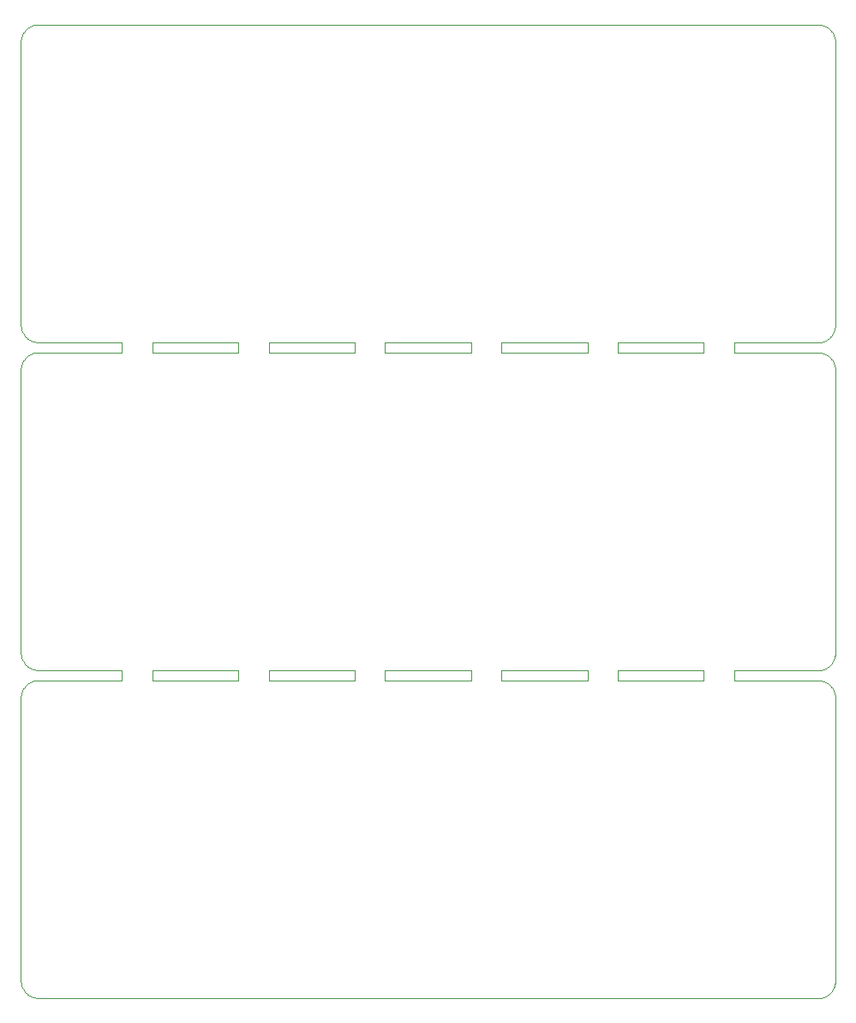
<source format=gm1>
G04 #@! TF.GenerationSoftware,KiCad,Pcbnew,7.0.9-7.0.9~ubuntu22.04.1*
G04 #@! TF.CreationDate,2023-12-17T14:41:55+07:00*
G04 #@! TF.ProjectId,final-production,66696e61-6c2d-4707-926f-64756374696f,rev?*
G04 #@! TF.SameCoordinates,Original*
G04 #@! TF.FileFunction,Profile,NP*
%FSLAX46Y46*%
G04 Gerber Fmt 4.6, Leading zero omitted, Abs format (unit mm)*
G04 Created by KiCad (PCBNEW 7.0.9-7.0.9~ubuntu22.04.1) date 2023-12-17 14:41:55*
%MOMM*%
%LPD*%
G01*
G04 APERTURE LIST*
G04 #@! TA.AperFunction,Profile*
%ADD10C,0.100000*%
G04 #@! TD*
G04 APERTURE END LIST*
D10*
X-915911Y-60043233D02*
X-959583Y-60119118D01*
X77644629Y-26799920D02*
X77557083Y-26798726D01*
X43317034Y-59224146D02*
X34820876Y-59223465D01*
X78473843Y-59478566D02*
X78397959Y-59434894D01*
X78193643Y-122968249D02*
X78274708Y-122935170D01*
X69309350Y-59226231D02*
X69309350Y-58720714D01*
X79304315Y-88997191D02*
X79305509Y-88909646D01*
X402233Y-123058397D02*
X489605Y-123064042D01*
X402233Y-58202065D02*
X489605Y-58207710D01*
X78686829Y-59631889D02*
X78618465Y-59577191D01*
X79305509Y-56481480D02*
X79296289Y-28422501D01*
X8828560Y-58720714D02*
X8828560Y-59221380D01*
X78075246Y-26872157D02*
X77990817Y-26848979D01*
X-795736Y-122408939D02*
X-739828Y-122476320D01*
X31820876Y-91148880D02*
X31820876Y-91651390D01*
X77732000Y-91661894D02*
X77644629Y-91656252D01*
X-983083Y-57257384D02*
X-941941Y-57334669D01*
X79296289Y-28422501D02*
X79289096Y-28335243D01*
X78752325Y-92118158D02*
X78686829Y-92060055D01*
X23324718Y-91148880D02*
X23324718Y-91148880D01*
X-136798Y-91790783D02*
X-216075Y-91827942D01*
X-1035082Y-27848885D02*
X-1066714Y-27930525D01*
X-1154960Y-89100562D02*
X-1143332Y-89187341D01*
X79006356Y-122328140D02*
X79053830Y-122254574D01*
X78752325Y-59689992D02*
X78686829Y-59631889D01*
X-868438Y-92397833D02*
X-915911Y-92471399D01*
X46317034Y-58720714D02*
X46317034Y-58215914D01*
X43317034Y-91652312D02*
X34820876Y-91651631D01*
X110910Y-59275937D02*
X26906Y-59300617D01*
X11828560Y-58720714D02*
X11828560Y-58720714D01*
X-511300Y-92015286D02*
X-578680Y-92071192D01*
X23324718Y-59222543D02*
X23324718Y-58720714D01*
X79031120Y-92454198D02*
X78982348Y-92381487D01*
X-55734Y-59329535D02*
X-136798Y-59362617D01*
X-848146Y-122338804D02*
X-795736Y-122408939D01*
X-941941Y-89762835D02*
X-896923Y-89837929D01*
X77732000Y-26805562D02*
X77644629Y-26799920D01*
X77644629Y-59228086D02*
X77557083Y-59226892D01*
X78686829Y-92060055D02*
X78618465Y-92005357D01*
X-441164Y-27106545D02*
X-511300Y-27158954D01*
X79216414Y-27993234D02*
X79187502Y-27910592D01*
X-1160758Y-28356916D02*
X-1166402Y-28444288D01*
X78982348Y-27525155D02*
X78929942Y-27455018D01*
X-868438Y-59969667D02*
X-915911Y-60043233D01*
X78579078Y-90334920D02*
X78649214Y-90282513D01*
X79031120Y-60026032D02*
X78982348Y-59953321D01*
X78618465Y-59577191D02*
X78547408Y-59526039D01*
X143414Y-123014973D02*
X228914Y-123033831D01*
X78955205Y-122399197D02*
X79006356Y-122328140D01*
X20324718Y-91148880D02*
X20324718Y-91650468D01*
X-1136192Y-60611763D02*
X-1150679Y-60698110D01*
X78506368Y-57955528D02*
X78579078Y-57906754D01*
X31820876Y-58213693D02*
X31820876Y-58720714D01*
X77768994Y-123069855D02*
X77855772Y-123058233D01*
X-24159Y-122964352D02*
X58984Y-122991794D01*
X78240028Y-59359395D02*
X78158388Y-59327764D01*
X78431272Y-90428708D02*
X78506368Y-90383694D01*
X79187502Y-92766924D02*
X79154425Y-92685859D01*
X-1035082Y-92705217D02*
X-1066714Y-92786857D01*
X78274708Y-58078838D02*
X78353986Y-58041681D01*
X34820876Y-58720714D02*
X34820876Y-58214153D01*
X78579078Y-122763086D02*
X78649214Y-122710679D01*
X-24159Y-90536186D02*
X58984Y-90563628D01*
X-983083Y-89685550D02*
X-941941Y-89762835D01*
X-915911Y-27615067D02*
X-959583Y-27690952D01*
X-1106928Y-121786732D02*
X-1082247Y-121870735D01*
X-293361Y-59440918D02*
X-368455Y-59485935D01*
X79274108Y-89257881D02*
X79288594Y-89171534D01*
X79006356Y-57471808D02*
X79053830Y-57398242D01*
X-339618Y-122813549D02*
X-263733Y-122857221D01*
X79006356Y-89899974D02*
X79053830Y-89826408D01*
X79076133Y-92529294D02*
X79031120Y-92454198D01*
X79296289Y-93278833D02*
X79289096Y-93191575D01*
X-1127307Y-56845250D02*
X-1106928Y-56930400D01*
X-185726Y-122896979D02*
X-105799Y-122932720D01*
X-1166402Y-93300620D02*
X-1167598Y-93388166D01*
X78955205Y-89971031D02*
X79006356Y-89899974D01*
X-1167598Y-93388166D02*
X-1162162Y-121441471D01*
X79305509Y-121337812D02*
X79296289Y-93278833D01*
X77905318Y-59258289D02*
X77818971Y-59243804D01*
X77681736Y-90648886D02*
X77768994Y-90641689D01*
X78158388Y-91755930D02*
X78075246Y-91728489D01*
X-618108Y-122602127D02*
X-552610Y-122660229D01*
X-1082247Y-89442569D02*
X-1053327Y-89525210D01*
X-1143332Y-89187341D02*
X-1127307Y-89273416D01*
X196059Y-26827393D02*
X110910Y-26847771D01*
X79187502Y-27910592D02*
X79154425Y-27829527D01*
X79296289Y-60850667D02*
X79289096Y-60763409D01*
X78900507Y-57611230D02*
X78955205Y-57542865D01*
X228914Y-58177499D02*
X315261Y-58191986D01*
X77990817Y-59277145D02*
X77905318Y-59258289D01*
X-983083Y-122113716D02*
X-941941Y-122191001D01*
X78955205Y-57542865D02*
X79006356Y-57471808D01*
X54813192Y-59225068D02*
X46317034Y-59224387D01*
X368913Y-26799743D02*
X282135Y-26811370D01*
X77681736Y-123077052D02*
X77768994Y-123069855D01*
X79241088Y-28077238D02*
X79216414Y-27993234D01*
X-1106928Y-89358566D02*
X-1082247Y-89442569D01*
X368913Y-59227909D02*
X282135Y-59239536D01*
X-1166402Y-60872454D02*
X-1167598Y-60960000D01*
X78075246Y-59300323D02*
X77990817Y-59277145D01*
X-704488Y-92192911D02*
X-762590Y-92258408D01*
X78814782Y-92179515D02*
X78752325Y-92118158D01*
X-413185Y-57909744D02*
X-339618Y-57957217D01*
X57813192Y-58217676D02*
X66309350Y-58218977D01*
X-817287Y-92326774D02*
X-868438Y-92397833D01*
X11828560Y-59221621D02*
X11828560Y-58720714D01*
X-817287Y-59898608D02*
X-868438Y-59969667D01*
X-105799Y-90504554D02*
X-24159Y-90536186D01*
X456171Y-91648875D02*
X368913Y-91656075D01*
X-1094155Y-92870000D02*
X-1117334Y-92954430D01*
X78649214Y-122710679D02*
X78716596Y-122654774D01*
X57813192Y-91653475D02*
X57813192Y-91148880D01*
X78473843Y-91906732D02*
X78397959Y-91863060D01*
X78547408Y-91954205D02*
X78473843Y-91906732D01*
X78158388Y-59327764D02*
X78075246Y-59300323D01*
X20324718Y-90640098D02*
X20324718Y-91148880D01*
X78982348Y-92381487D02*
X78929942Y-92311350D01*
X77941848Y-90614048D02*
X78026998Y-90593674D01*
X78649214Y-90282513D02*
X78716596Y-90226608D01*
X77990817Y-26848979D02*
X77905318Y-26830123D01*
X78618465Y-92005357D02*
X78547408Y-91954205D01*
X79289096Y-93191575D02*
X79277476Y-93104797D01*
X-739828Y-57619988D02*
X-680568Y-57684439D01*
X77644629Y-91656252D02*
X77557083Y-91655058D01*
X77681736Y-58220720D02*
X77768994Y-58213523D01*
X79274108Y-121686047D02*
X79288594Y-121599700D01*
X-680568Y-57684439D02*
X-618108Y-57745795D01*
X-263733Y-58000889D02*
X-185726Y-58040647D01*
X34820876Y-58214153D02*
X43317034Y-58215455D01*
X79304315Y-56569025D02*
X79305509Y-56481480D01*
X-511300Y-59587120D02*
X-578680Y-59643026D01*
X78158388Y-26899598D02*
X78075246Y-26872157D01*
X-413185Y-90337910D02*
X-339618Y-90385383D01*
X577152Y-90637073D02*
X8828560Y-90638337D01*
X228914Y-90605665D02*
X315261Y-90620152D01*
X79288594Y-56743368D02*
X79298671Y-56656396D01*
X54813192Y-58720714D02*
X54813192Y-59225068D01*
X-1162162Y-89013305D02*
X-1154960Y-89100562D01*
X-1066714Y-60358691D02*
X-1094155Y-60441834D01*
X79076133Y-60101128D02*
X79031120Y-60026032D01*
X43317034Y-58720714D02*
X43317034Y-59224146D01*
X79232073Y-56999644D02*
X79255252Y-56915214D01*
X34820876Y-91651631D02*
X34820876Y-91148880D01*
X-1117334Y-92954430D02*
X-1136192Y-93039929D01*
X8828560Y-59221380D02*
X456171Y-59220709D01*
X43317034Y-58215455D02*
X43317034Y-58720714D01*
X77855772Y-123058233D02*
X77941848Y-123042214D01*
X-339618Y-90385383D02*
X-263733Y-90429055D01*
X-413185Y-122766076D02*
X-339618Y-122813549D01*
X79097502Y-89750524D02*
X79137260Y-89672518D01*
X110910Y-91704103D02*
X26906Y-91728783D01*
X79274108Y-56829715D02*
X79288594Y-56743368D01*
X78506368Y-90383694D02*
X78579078Y-90334920D01*
X315261Y-123048318D02*
X402233Y-123058397D01*
X-1150679Y-60698110D02*
X-1160758Y-60785082D01*
X-1066714Y-92786857D02*
X-1094155Y-92870000D01*
X78111002Y-122997163D02*
X78193643Y-122968249D01*
X-1160758Y-60785082D02*
X-1166402Y-60872454D01*
X20324718Y-91650468D02*
X11828560Y-91649787D01*
X78982348Y-59953321D02*
X78929942Y-59883184D01*
X78397959Y-59434894D02*
X78319954Y-59395136D01*
X315261Y-58191986D02*
X402233Y-58202065D01*
X78319954Y-26966970D02*
X78240028Y-26931229D01*
X78026998Y-58165508D02*
X78111002Y-58140831D01*
X-1053327Y-89525210D02*
X-1020244Y-89606273D01*
X79053830Y-57398242D02*
X79097502Y-57322358D01*
X110910Y-26847771D02*
X26906Y-26872451D01*
X78781048Y-57739184D02*
X78842405Y-57676726D01*
X46317034Y-59224387D02*
X46317034Y-58720714D01*
X77557083Y-59226892D02*
X69309350Y-59226231D01*
X-1127307Y-89273416D02*
X-1106928Y-89358566D01*
X-1150679Y-93126276D02*
X-1160758Y-93213248D01*
X-999341Y-60197124D02*
X-1035082Y-60277051D01*
X-1082247Y-121870735D02*
X-1053327Y-121953376D01*
X79261460Y-28162389D02*
X79241088Y-28077238D01*
X11828560Y-91649787D02*
X11828560Y-91148880D01*
X79261460Y-60590555D02*
X79241088Y-60505404D01*
X78431272Y-58000542D02*
X78506368Y-57955528D01*
X54813192Y-58217216D02*
X54813192Y-58217216D01*
X-1066714Y-27930525D02*
X-1094155Y-28013668D01*
X57813192Y-91148880D02*
X57813192Y-91148880D01*
X-552610Y-90232063D02*
X-484244Y-90286760D01*
X79288594Y-89171534D02*
X79298671Y-89084562D01*
X79305509Y-88909646D02*
X79296289Y-60850667D01*
X-643132Y-92130452D02*
X-704488Y-92192911D01*
X11828560Y-58210630D02*
X20324718Y-58211932D01*
X-959583Y-27690952D02*
X-999341Y-27768958D01*
X34820876Y-91148880D02*
X34820876Y-91148880D01*
X79204632Y-57082786D02*
X79232073Y-56999644D01*
X79298671Y-56656396D02*
X79304315Y-56569025D01*
X78240028Y-91787561D02*
X78158388Y-91755930D01*
X78716596Y-122654774D02*
X78781048Y-122595516D01*
X489605Y-58207710D02*
X577152Y-58208907D01*
X78929942Y-27455018D02*
X78874038Y-27387636D01*
X78579078Y-57906754D02*
X78649214Y-57854347D01*
X79097502Y-122178690D02*
X79137260Y-122100684D01*
X58984Y-90563628D02*
X143414Y-90586807D01*
X-915911Y-92471399D02*
X-959583Y-92547284D01*
X78752325Y-27261826D02*
X78686829Y-27203723D01*
X46317034Y-58215914D02*
X54813192Y-58217216D01*
X-762590Y-59830242D02*
X-817287Y-59898608D01*
X79097502Y-57322358D02*
X79137260Y-57244352D01*
X78781048Y-122595516D02*
X78842405Y-122533058D01*
X-1136192Y-93039929D02*
X-1150679Y-93126276D01*
X69309350Y-91148880D02*
X69309350Y-90647603D01*
X-739828Y-90048154D02*
X-680568Y-90112605D01*
X-1053327Y-121953376D02*
X-1020244Y-122034439D01*
X69309350Y-90647603D02*
X77681736Y-90648886D01*
X78353986Y-122898013D02*
X78431272Y-122856874D01*
X8828560Y-91649546D02*
X456171Y-91648875D01*
X31820876Y-90641859D02*
X31820876Y-91148880D01*
X78397959Y-27006728D02*
X78319954Y-26966970D01*
X23324718Y-58720714D02*
X23324718Y-58212392D01*
X-578680Y-59643026D02*
X-643132Y-59702286D01*
X-704488Y-27336579D02*
X-762590Y-27402076D01*
X79277476Y-93104797D02*
X79261460Y-93018721D01*
X-552610Y-57803897D02*
X-484244Y-57858594D01*
X54813192Y-90645382D02*
X54813192Y-91148880D01*
X34820876Y-90642319D02*
X43317034Y-90643621D01*
X78193643Y-90540083D02*
X78274708Y-90507004D01*
X-1154960Y-121528728D02*
X-1143332Y-121615507D01*
X577152Y-58208907D02*
X8828560Y-58210171D01*
X57813192Y-90645842D02*
X66309350Y-90647143D01*
X-1167598Y-60960000D02*
X-1162162Y-89013305D01*
X143414Y-90586807D02*
X228914Y-90605665D01*
X66309350Y-58218977D02*
X66309350Y-58218977D01*
X-1127307Y-121701582D02*
X-1106928Y-121786732D01*
X77905318Y-91686455D02*
X77818971Y-91671970D01*
X34820876Y-58720714D02*
X34820876Y-58720714D01*
X78353986Y-58041681D02*
X78431272Y-58000542D01*
X77768994Y-58213523D02*
X77855772Y-58201901D01*
X-1117334Y-60526264D02*
X-1136192Y-60611763D01*
X-1154960Y-56672396D02*
X-1143332Y-56759175D01*
X-959583Y-60119118D02*
X-999341Y-60197124D01*
X-1167598Y-28531834D02*
X-1162162Y-56585139D01*
X54813192Y-91148880D02*
X54813192Y-91653234D01*
X57813192Y-91148880D02*
X57813192Y-90645842D01*
X79154425Y-27829527D02*
X79117270Y-27750249D01*
X-762590Y-92258408D02*
X-817287Y-92326774D01*
X-24159Y-58108020D02*
X58984Y-58135462D01*
X-1143332Y-56759175D02*
X-1127307Y-56845250D01*
X57813192Y-59225309D02*
X57813192Y-58720714D01*
X78547408Y-27097873D02*
X78473843Y-27050400D01*
X79288594Y-121599700D02*
X79298671Y-121512728D01*
X78506368Y-122811860D02*
X78579078Y-122763086D01*
X-1020244Y-89606273D02*
X-983083Y-89685550D01*
X-643132Y-27274120D02*
X-704488Y-27336579D01*
X78111002Y-58140831D02*
X78193643Y-58111917D01*
X79154425Y-60257693D02*
X79117270Y-60178415D01*
X78874038Y-27387636D02*
X78814782Y-27323183D01*
X66309350Y-58720714D02*
X66309350Y-59225990D01*
X79204632Y-121939118D02*
X79232073Y-121855976D01*
X-263733Y-90429055D02*
X-185726Y-90468813D01*
X43317034Y-90643621D02*
X43317034Y-91148880D01*
X79031120Y-27597866D02*
X78982348Y-27525155D01*
X-105799Y-122932720D02*
X-24159Y-122964352D01*
X79117270Y-92606581D02*
X79076133Y-92529294D01*
X46317034Y-90644080D02*
X54813192Y-90645382D01*
X-868438Y-27541501D02*
X-915911Y-27615067D01*
X402233Y-90630231D02*
X489605Y-90635876D01*
X-941941Y-122191001D02*
X-896923Y-122266095D01*
X46317034Y-91148880D02*
X46317034Y-91148880D01*
X46317034Y-91148880D02*
X46317034Y-90644080D01*
X79241088Y-92933570D02*
X79216414Y-92849566D01*
X-136798Y-59362617D02*
X-216075Y-59399776D01*
X20324718Y-58211932D02*
X20324718Y-58720714D01*
X-484244Y-57858594D02*
X-413185Y-57909744D01*
X66309350Y-90647143D02*
X66309350Y-91148880D01*
X-1106928Y-56930400D02*
X-1082247Y-57014403D01*
X79232073Y-89427810D02*
X79255252Y-89343380D01*
X-999341Y-27768958D02*
X-1035082Y-27848885D01*
X20324718Y-59222302D02*
X11828560Y-59221621D01*
X-795736Y-57552607D02*
X-739828Y-57619988D01*
X78814782Y-59751349D02*
X78752325Y-59689992D01*
X78274708Y-90507004D02*
X78353986Y-90469847D01*
X79277476Y-60676631D02*
X79261460Y-60590555D01*
X78874038Y-59815802D02*
X78814782Y-59751349D01*
X11828560Y-91148880D02*
X11828560Y-90638796D01*
X-185726Y-58040647D02*
X-105799Y-58076388D01*
X78900507Y-90039396D02*
X78955205Y-89971031D01*
X-1053327Y-57097044D02*
X-1020244Y-57178107D01*
X368913Y-91656075D02*
X282135Y-91667702D01*
X-680568Y-90112605D02*
X-618108Y-90173961D01*
X23324718Y-90640558D02*
X31820876Y-90641859D01*
X11828560Y-58720714D02*
X11828560Y-58210630D01*
X-441164Y-59534711D02*
X-511300Y-59587120D01*
X-1035082Y-60277051D02*
X-1066714Y-60358691D01*
X-368455Y-27057769D02*
X-441164Y-27106545D01*
X-643132Y-59702286D02*
X-704488Y-59764745D01*
X79154425Y-92685859D02*
X79117270Y-92606581D01*
X-941941Y-57334669D02*
X-896923Y-57409763D01*
X78026998Y-123021840D02*
X78111002Y-122997163D01*
X66309350Y-91654156D02*
X57813192Y-91653475D01*
X-1117334Y-28098098D02*
X-1136192Y-28183597D01*
X78319954Y-59395136D02*
X78240028Y-59359395D01*
X-680568Y-122540771D02*
X-618108Y-122602127D01*
X66309350Y-58218977D02*
X66309350Y-58720714D01*
X26906Y-91728783D02*
X-55734Y-91757701D01*
X-293361Y-27012752D02*
X-368455Y-27057769D01*
X78716596Y-57798442D02*
X78781048Y-57739184D01*
X79232073Y-121855976D02*
X79255252Y-121771546D01*
X79255252Y-121771546D02*
X79274108Y-121686047D01*
X77855772Y-58201901D02*
X77941848Y-58185882D01*
X78716596Y-90226608D02*
X78781048Y-90167350D01*
X78781048Y-90167350D02*
X78842405Y-90104892D01*
X-216075Y-91827942D02*
X-293361Y-91869084D01*
X79255252Y-89343380D02*
X79274108Y-89257881D01*
X78814782Y-27323183D02*
X78752325Y-27261826D01*
X54813192Y-91653234D02*
X46317034Y-91652553D01*
X46317034Y-91652553D02*
X46317034Y-91148880D01*
X77990817Y-91705311D02*
X77905318Y-91686455D01*
X31820876Y-58720714D02*
X31820876Y-59223224D01*
X77941848Y-123042214D02*
X78026998Y-123021840D01*
X79137260Y-89672518D02*
X79173001Y-89592592D01*
X78618465Y-27149025D02*
X78547408Y-27097873D01*
X-896923Y-89837929D02*
X-848146Y-89910638D01*
X26906Y-26872451D02*
X-55734Y-26901369D01*
X78473843Y-27050400D02*
X78397959Y-27006728D01*
X77905318Y-26830123D02*
X77818971Y-26815638D01*
X-1136192Y-28183597D02*
X-1150679Y-28269944D01*
X11828560Y-91148880D02*
X11828560Y-91148880D01*
X79204632Y-89510952D02*
X79232073Y-89427810D01*
X20324718Y-58720714D02*
X20324718Y-59222302D01*
X282135Y-26811370D02*
X196059Y-26827393D01*
X196059Y-91683725D02*
X110910Y-91704103D01*
X-1082247Y-57014403D02*
X-1053327Y-57097044D01*
X66309350Y-91148880D02*
X66309350Y-91654156D01*
X31820876Y-91651390D02*
X23324718Y-91650709D01*
X-618108Y-57745795D02*
X-552610Y-57803897D01*
X-216075Y-59399776D02*
X-293361Y-59440918D01*
X78929942Y-92311350D02*
X78874038Y-92243968D01*
X79173001Y-122020758D02*
X79204632Y-121939118D01*
X23324718Y-58720714D02*
X23324718Y-58720714D01*
X79173001Y-89592592D02*
X79204632Y-89510952D01*
X79117270Y-27750249D02*
X79076133Y-27672962D01*
X43317034Y-91148880D02*
X43317034Y-91652312D01*
X79255252Y-56915214D02*
X79274108Y-56829715D01*
X-578680Y-27214860D02*
X-643132Y-27274120D01*
X8828560Y-58210171D02*
X8828560Y-58720714D01*
X79117270Y-60178415D02*
X79076133Y-60101128D01*
X79053830Y-122254574D02*
X79097502Y-122178690D01*
X57813192Y-58720714D02*
X57813192Y-58217676D01*
X-263733Y-122857221D02*
X-185726Y-122896979D01*
X79137260Y-122100684D02*
X79173001Y-122020758D01*
X79289096Y-28335243D02*
X79277476Y-28248465D01*
X78111002Y-90568997D02*
X78193643Y-90540083D01*
X77818971Y-91671970D02*
X77732000Y-91661894D01*
X-1160758Y-93213248D02*
X-1166402Y-93300620D01*
X-552610Y-122660229D02*
X-484244Y-122714926D01*
X79298671Y-89084562D02*
X79304315Y-88997191D01*
X78686829Y-27203723D02*
X78618465Y-27149025D01*
X79261460Y-93018721D02*
X79241088Y-92933570D01*
X-1166402Y-28444288D02*
X-1167598Y-28531834D01*
X23324718Y-91650709D02*
X23324718Y-91148880D01*
X78929942Y-59883184D02*
X78874038Y-59815802D01*
X-368455Y-91914101D02*
X-441164Y-91962877D01*
X78900507Y-122467562D02*
X78955205Y-122399197D01*
X-293361Y-91869084D02*
X-368455Y-91914101D01*
X78319954Y-91823302D02*
X78240028Y-91787561D01*
X-848146Y-89910638D02*
X-795736Y-89980773D01*
X77855772Y-90630067D02*
X77941848Y-90614048D01*
X-441164Y-91962877D02*
X-511300Y-92015286D01*
X79289096Y-60763409D02*
X79277476Y-60676631D01*
X77818971Y-59243804D02*
X77732000Y-59233728D01*
X-817287Y-27470442D02*
X-868438Y-27541501D01*
X-739828Y-122476320D02*
X-680568Y-122540771D01*
X-618108Y-90173961D02*
X-552610Y-90232063D01*
X78547408Y-59526039D02*
X78473843Y-59478566D01*
X34820876Y-91148880D02*
X34820876Y-90642319D01*
X79241088Y-60505404D02*
X79216414Y-60421400D01*
X-999341Y-92625290D02*
X-1035082Y-92705217D01*
X23324718Y-58212392D02*
X31820876Y-58213693D01*
X34820876Y-59223465D02*
X34820876Y-58720714D01*
X79137260Y-57244352D02*
X79173001Y-57164426D01*
X-511300Y-27158954D02*
X-578680Y-27214860D01*
X79187502Y-60338758D02*
X79154425Y-60257693D01*
X11828560Y-90638796D02*
X20324718Y-90640098D01*
X456171Y-26792543D02*
X368913Y-26799743D01*
X-959583Y-92547284D02*
X-999341Y-92625290D01*
X-105799Y-58076388D02*
X-24159Y-58108020D01*
X-1150679Y-28269944D02*
X-1160758Y-28356916D01*
X-1162162Y-56585139D02*
X-1154960Y-56672396D01*
X79216414Y-92849566D02*
X79187502Y-92766924D01*
X78431272Y-122856874D02*
X78506368Y-122811860D01*
X-1094155Y-60441834D02*
X-1117334Y-60526264D01*
X-1162162Y-121441471D02*
X-1154960Y-121528728D01*
X-1020244Y-57178107D02*
X-983083Y-57257384D01*
X-185726Y-90468813D02*
X-105799Y-90504554D01*
X577152Y-123065239D02*
X77681736Y-123077052D01*
X78842405Y-57676726D02*
X78900507Y-57611230D01*
X66309350Y-59225990D02*
X57813192Y-59225309D01*
X69309350Y-91654397D02*
X69309350Y-91148880D01*
X-55734Y-26901369D02*
X-136798Y-26934451D01*
X78274708Y-122935170D02*
X78353986Y-122898013D01*
X77768994Y-90641689D02*
X77855772Y-90630067D01*
X78193643Y-58111917D02*
X78274708Y-58078838D01*
X282135Y-91667702D02*
X196059Y-91683725D01*
X-896923Y-57409763D02*
X-848146Y-57482472D01*
X-848146Y-57482472D02*
X-795736Y-57552607D01*
X143414Y-58158641D02*
X228914Y-58177499D01*
X78075246Y-91728489D02*
X77990817Y-91705311D01*
X8828560Y-91148880D02*
X8828560Y-91649546D01*
X77941848Y-58185882D02*
X78026998Y-58165508D01*
X-216075Y-26971610D02*
X-293361Y-27012752D01*
X-368455Y-59485935D02*
X-441164Y-59534711D01*
X196059Y-59255559D02*
X110910Y-59275937D01*
X-136798Y-26934451D02*
X-216075Y-26971610D01*
X58984Y-58135462D02*
X143414Y-58158641D01*
X456171Y-59220709D02*
X368913Y-59227909D01*
X-704488Y-59764745D02*
X-762590Y-59830242D01*
X-1020244Y-122034439D02*
X-983083Y-122113716D01*
X-1143332Y-121615507D02*
X-1127307Y-121701582D01*
X489605Y-90635876D02*
X577152Y-90637073D01*
X77557083Y-26798726D02*
X456171Y-26792543D01*
X-896923Y-122266095D02*
X-848146Y-122338804D01*
X31820876Y-59223224D02*
X23324718Y-59222543D01*
X78353986Y-90469847D02*
X78431272Y-90428708D01*
X79216414Y-60421400D02*
X79187502Y-60338758D01*
X-1094155Y-28013668D02*
X-1117334Y-28098098D01*
X78397959Y-91863060D02*
X78319954Y-91823302D01*
X8828560Y-90638337D02*
X8828560Y-91148880D01*
X79298671Y-121512728D02*
X79304315Y-121425357D01*
X-762590Y-27402076D02*
X-817287Y-27470442D01*
X23324718Y-91148880D02*
X23324718Y-90640558D01*
X282135Y-59239536D02*
X196059Y-59255559D01*
X78026998Y-90593674D02*
X78111002Y-90568997D01*
X79304315Y-121425357D02*
X79305509Y-121337812D01*
X79053830Y-89826408D02*
X79097502Y-89750524D01*
X315261Y-90620152D02*
X402233Y-90630231D01*
X-484244Y-90286760D02*
X-413185Y-90337910D01*
X78649214Y-57854347D02*
X78716596Y-57798442D01*
X77818971Y-26815638D02*
X77732000Y-26805562D01*
X-795736Y-89980773D02*
X-739828Y-90048154D01*
X-578680Y-92071192D02*
X-643132Y-92130452D01*
X78240028Y-26931229D02*
X78158388Y-26899598D01*
X77557083Y-91655058D02*
X69309350Y-91654397D01*
X78842405Y-122533058D02*
X78900507Y-122467562D01*
X-339618Y-57957217D02*
X-263733Y-58000889D01*
X69309350Y-58219437D02*
X77681736Y-58220720D01*
X79076133Y-27672962D02*
X79031120Y-27597866D01*
X-484244Y-122714926D02*
X-413185Y-122766076D01*
X69309350Y-58720714D02*
X69309350Y-58219437D01*
X228914Y-123033831D02*
X315261Y-123048318D01*
X489605Y-123064042D02*
X577152Y-123065239D01*
X79173001Y-57164426D02*
X79204632Y-57082786D01*
X79277476Y-28248465D02*
X79261460Y-28162389D01*
X54813192Y-58217216D02*
X54813192Y-58720714D01*
X77732000Y-59233728D02*
X77644629Y-59228086D01*
X26906Y-59300617D02*
X-55734Y-59329535D01*
X78874038Y-92243968D02*
X78814782Y-92179515D01*
X78842405Y-90104892D02*
X78900507Y-90039396D01*
X58984Y-122991794D02*
X143414Y-123014973D01*
X-55734Y-91757701D02*
X-136798Y-91790783D01*
X79187502Y-27910592D02*
X79187502Y-27910592D01*
M02*

</source>
